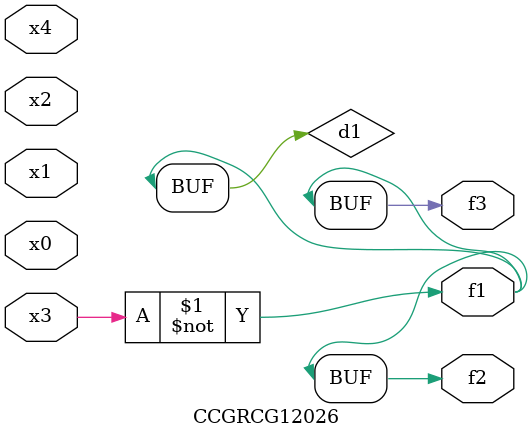
<source format=v>
module CCGRCG12026(
	input x0, x1, x2, x3, x4,
	output f1, f2, f3
);

	wire d1, d2;

	xnor (d1, x3);
	not (d2, x1);
	assign f1 = d1;
	assign f2 = d1;
	assign f3 = d1;
endmodule

</source>
